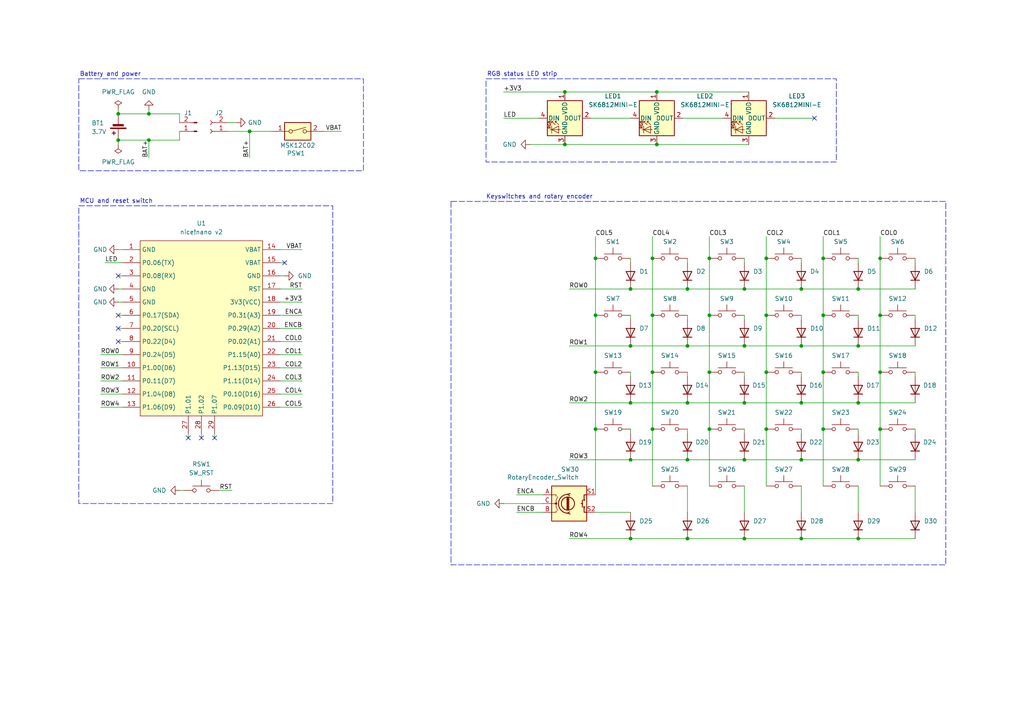
<source format=kicad_sch>
(kicad_sch (version 20250114) (generator "eeschema") (generator_version "9.0")
  (paper "A4")
  (rectangle (start 130.81 58.42) (end 274.32 163.83) (stroke (width 0) (type dash) (color 0 0 194 1)))
  (rectangle (start 22.86 22.86) (end 105.41 49.53) (stroke (width 0) (type dash) (color 0 0 194 1)))
  (rectangle (start 140.97 22.86) (end 242.57 46.99) (stroke (width 0) (type dash) (color 0 0 194 1)))
  (rectangle (start 22.86 59.69) (end 96.52 146.05) (stroke (width 0) (type dash) (color 0 0 194 1)))
  (text "Keyswitches and rotary encoder" (at 140.97 57.15 0) (effects (font (size 1.27 1.27)) (justify left)))
  (text "MCU and reset switch" (at 23.114 58.42 0) (effects (font (size 1.27 1.27)) (justify left)))
  (text "RGB status LED strip" (at 141.224 21.59 0) (effects (font (size 1.27 1.27)) (justify left)))
  (text "Battery and power" (at 23.114 21.59 0) (effects (font (size 1.27 1.27)) (justify left)))
  (junction (at 232.41 116.84))
  (junction (at 163.83 41.91))
  (junction (at 222.25 74.93))
  (junction (at 182.88 83.82))
  (junction (at 205.74 74.93))
  (junction (at 255.27 124.46))
  (junction (at 182.88 133.35))
  (junction (at 248.92 133.35))
  (junction (at 232.41 133.35))
  (junction (at 43.18 33.02))
  (junction (at 189.23 107.95))
  (junction (at 199.39 116.84))
  (junction (at 172.72 74.93))
  (junction (at 199.39 83.82))
  (junction (at 163.83 26.67))
  (junction (at 238.76 124.46))
  (junction (at 232.41 100.33))
  (junction (at 238.76 107.95))
  (junction (at 205.74 124.46))
  (junction (at 189.23 124.46))
  (junction (at 238.76 91.44))
  (junction (at 215.9 156.21))
  (junction (at 190.5 41.91))
  (junction (at 34.29 40.64))
  (junction (at 222.25 91.44))
  (junction (at 232.41 83.82))
  (junction (at 238.76 74.93))
  (junction (at 43.18 40.64))
  (junction (at 199.39 100.33))
  (junction (at 189.23 74.93))
  (junction (at 215.9 116.84))
  (junction (at 248.92 116.84))
  (junction (at 248.92 83.82))
  (junction (at 248.92 100.33))
  (junction (at 199.39 133.35))
  (junction (at 255.27 107.95))
  (junction (at 34.29 33.02))
  (junction (at 182.88 100.33))
  (junction (at 215.9 133.35))
  (junction (at 172.72 124.46))
  (junction (at 199.39 156.21))
  (junction (at 205.74 107.95))
  (junction (at 205.74 91.44))
  (junction (at 172.72 91.44))
  (junction (at 248.92 156.21))
  (junction (at 190.5 26.67))
  (junction (at 222.25 124.46))
  (junction (at 182.88 116.84))
  (junction (at 182.88 156.21))
  (junction (at 215.9 83.82))
  (junction (at 255.27 91.44))
  (junction (at 232.41 156.21))
  (junction (at 215.9 100.33))
  (junction (at 255.27 74.93))
  (junction (at 172.72 107.95))
  (junction (at 189.23 91.44))
  (junction (at 222.25 107.95))
  (junction (at 72.39 38.1))
  (no_connect (at 34.29 99.06))
  (no_connect (at 58.42 127))
  (no_connect (at 34.29 95.25))
  (no_connect (at 54.61 127))
  (no_connect (at 34.29 91.44))
  (no_connect (at 62.23 127))
  (no_connect (at 82.55 76.2))
  (no_connect (at 34.29 80.01))
  (no_connect (at 236.22 34.29))
  (wire (pts (xy 232.41 107.95) (xy 232.41 109.22)))
  (wire (pts (xy 215.9 156.21) (xy 232.41 156.21)))
  (wire (pts (xy 81.28 76.2) (xy 82.55 76.2)))
  (wire (pts (xy 189.23 107.95) (xy 189.23 124.46)))
  (wire (pts (xy 265.43 140.97) (xy 265.43 148.59)))
  (wire (pts (xy 165.1 133.35) (xy 182.88 133.35)))
  (wire (pts (xy 182.88 83.82) (xy 199.39 83.82)))
  (wire (pts (xy 265.43 107.95) (xy 265.43 109.22)))
  (wire (pts (xy 189.23 74.93) (xy 189.23 91.44)))
  (wire (pts (xy 81.28 80.01) (xy 82.55 80.01)))
  (wire (pts (xy 232.41 116.84) (xy 248.92 116.84)))
  (wire (pts (xy 29.21 118.11) (xy 35.56 118.11)))
  (wire (pts (xy 81.28 106.68) (xy 87.63 106.68)))
  (wire (pts (xy 222.25 124.46) (xy 222.25 140.97)))
  (wire (pts (xy 199.39 124.46) (xy 199.39 125.73)))
  (wire (pts (xy 199.39 74.93) (xy 199.39 76.2)))
  (wire (pts (xy 265.43 74.93) (xy 265.43 76.2)))
  (wire (pts (xy 215.9 91.44) (xy 215.9 92.71)))
  (wire (pts (xy 189.23 68.58) (xy 189.23 74.93)))
  (wire (pts (xy 81.28 95.25) (xy 87.63 95.25)))
  (wire (pts (xy 255.27 124.46) (xy 255.27 140.97)))
  (wire (pts (xy 198.12 34.29) (xy 209.55 34.29)))
  (wire (pts (xy 34.29 80.01) (xy 35.56 80.01)))
  (wire (pts (xy 248.92 107.95) (xy 248.92 109.22)))
  (wire (pts (xy 34.29 40.64) (xy 43.18 40.64)))
  (wire (pts (xy 172.72 148.59) (xy 182.88 148.59)))
  (wire (pts (xy 224.79 34.29) (xy 236.22 34.29)))
  (wire (pts (xy 165.1 83.82) (xy 182.88 83.82)))
  (wire (pts (xy 182.88 74.93) (xy 182.88 76.2)))
  (wire (pts (xy 172.72 74.93) (xy 172.72 91.44)))
  (wire (pts (xy 58.42 125.73) (xy 58.42 127)))
  (wire (pts (xy 81.28 102.87) (xy 87.63 102.87)))
  (wire (pts (xy 172.72 68.58) (xy 172.72 74.93)))
  (wire (pts (xy 43.18 40.64) (xy 43.18 45.72)))
  (wire (pts (xy 182.88 91.44) (xy 182.88 92.71)))
  (wire (pts (xy 255.27 68.58) (xy 255.27 74.93)))
  (wire (pts (xy 182.88 156.21) (xy 199.39 156.21)))
  (wire (pts (xy 215.9 100.33) (xy 232.41 100.33)))
  (wire (pts (xy 34.29 91.44) (xy 35.56 91.44)))
  (wire (pts (xy 238.76 107.95) (xy 238.76 124.46)))
  (wire (pts (xy 93.98 38.1) (xy 99.06 38.1)))
  (wire (pts (xy 215.9 133.35) (xy 232.41 133.35)))
  (wire (pts (xy 255.27 107.95) (xy 255.27 124.46)))
  (wire (pts (xy 153.67 41.91) (xy 163.83 41.91)))
  (wire (pts (xy 34.29 33.02) (xy 43.18 33.02)))
  (wire (pts (xy 52.07 35.56) (xy 52.07 33.02)))
  (wire (pts (xy 182.88 133.35) (xy 199.39 133.35)))
  (wire (pts (xy 205.74 74.93) (xy 205.74 91.44)))
  (wire (pts (xy 149.86 143.51) (xy 157.48 143.51)))
  (wire (pts (xy 34.29 99.06) (xy 35.56 99.06)))
  (wire (pts (xy 172.72 124.46) (xy 172.72 143.51)))
  (wire (pts (xy 81.28 87.63) (xy 87.63 87.63)))
  (wire (pts (xy 238.76 74.93) (xy 238.76 91.44)))
  (wire (pts (xy 43.18 33.02) (xy 52.07 33.02)))
  (wire (pts (xy 190.5 26.67) (xy 217.17 26.67)))
  (wire (pts (xy 172.72 91.44) (xy 172.72 107.95)))
  (wire (pts (xy 232.41 100.33) (xy 248.92 100.33)))
  (wire (pts (xy 171.45 34.29) (xy 182.88 34.29)))
  (wire (pts (xy 232.41 140.97) (xy 232.41 148.59)))
  (wire (pts (xy 222.25 107.95) (xy 222.25 124.46)))
  (wire (pts (xy 30.48 76.2) (xy 35.56 76.2)))
  (wire (pts (xy 248.92 91.44) (xy 248.92 92.71)))
  (wire (pts (xy 165.1 100.33) (xy 182.88 100.33)))
  (wire (pts (xy 34.29 41.91) (xy 34.29 40.64)))
  (wire (pts (xy 52.07 142.24) (xy 53.34 142.24)))
  (wire (pts (xy 72.39 38.1) (xy 72.39 45.72)))
  (wire (pts (xy 199.39 100.33) (xy 215.9 100.33)))
  (wire (pts (xy 222.25 68.58) (xy 222.25 74.93)))
  (wire (pts (xy 165.1 116.84) (xy 182.88 116.84)))
  (wire (pts (xy 238.76 124.46) (xy 238.76 140.97)))
  (wire (pts (xy 205.74 124.46) (xy 205.74 140.97)))
  (wire (pts (xy 199.39 83.82) (xy 215.9 83.82)))
  (wire (pts (xy 215.9 140.97) (xy 215.9 148.59)))
  (wire (pts (xy 189.23 91.44) (xy 189.23 107.95)))
  (wire (pts (xy 205.74 107.95) (xy 205.74 124.46)))
  (wire (pts (xy 248.92 140.97) (xy 248.92 148.59)))
  (wire (pts (xy 146.05 34.29) (xy 156.21 34.29)))
  (wire (pts (xy 232.41 74.93) (xy 232.41 76.2)))
  (wire (pts (xy 29.21 114.3) (xy 35.56 114.3)))
  (wire (pts (xy 62.23 125.73) (xy 62.23 127)))
  (wire (pts (xy 146.05 146.05) (xy 157.48 146.05)))
  (wire (pts (xy 205.74 68.58) (xy 205.74 74.93)))
  (wire (pts (xy 163.83 41.91) (xy 190.5 41.91)))
  (wire (pts (xy 29.21 106.68) (xy 35.56 106.68)))
  (wire (pts (xy 81.28 91.44) (xy 87.63 91.44)))
  (wire (pts (xy 182.88 107.95) (xy 182.88 109.22)))
  (wire (pts (xy 222.25 91.44) (xy 222.25 107.95)))
  (wire (pts (xy 63.5 142.24) (xy 67.31 142.24)))
  (wire (pts (xy 72.39 38.1) (xy 78.74 38.1)))
  (wire (pts (xy 34.29 83.82) (xy 35.56 83.82)))
  (wire (pts (xy 215.9 107.95) (xy 215.9 109.22)))
  (wire (pts (xy 215.9 74.93) (xy 215.9 76.2)))
  (wire (pts (xy 248.92 124.46) (xy 248.92 125.73)))
  (wire (pts (xy 34.29 87.63) (xy 35.56 87.63)))
  (wire (pts (xy 34.29 72.39) (xy 35.56 72.39)))
  (wire (pts (xy 149.86 148.59) (xy 157.48 148.59)))
  (wire (pts (xy 215.9 124.46) (xy 215.9 125.73)))
  (wire (pts (xy 232.41 156.21) (xy 248.92 156.21)))
  (wire (pts (xy 182.88 116.84) (xy 199.39 116.84)))
  (wire (pts (xy 54.61 125.73) (xy 54.61 127)))
  (wire (pts (xy 43.18 31.75) (xy 43.18 33.02)))
  (wire (pts (xy 182.88 100.33) (xy 199.39 100.33)))
  (wire (pts (xy 232.41 124.46) (xy 232.41 125.73)))
  (wire (pts (xy 68.58 35.56) (xy 66.04 35.56)))
  (wire (pts (xy 182.88 124.46) (xy 182.88 125.73)))
  (wire (pts (xy 238.76 91.44) (xy 238.76 107.95)))
  (wire (pts (xy 81.28 72.39) (xy 87.63 72.39)))
  (wire (pts (xy 29.21 110.49) (xy 35.56 110.49)))
  (wire (pts (xy 205.74 91.44) (xy 205.74 107.95)))
  (wire (pts (xy 199.39 116.84) (xy 215.9 116.84)))
  (wire (pts (xy 29.21 102.87) (xy 35.56 102.87)))
  (wire (pts (xy 199.39 133.35) (xy 215.9 133.35)))
  (wire (pts (xy 255.27 91.44) (xy 255.27 107.95)))
  (wire (pts (xy 199.39 107.95) (xy 199.39 109.22)))
  (wire (pts (xy 265.43 124.46) (xy 265.43 125.73)))
  (wire (pts (xy 199.39 91.44) (xy 199.39 92.71)))
  (wire (pts (xy 43.18 40.64) (xy 52.07 40.64)))
  (wire (pts (xy 81.28 114.3) (xy 87.63 114.3)))
  (wire (pts (xy 215.9 116.84) (xy 232.41 116.84)))
  (wire (pts (xy 248.92 83.82) (xy 265.43 83.82)))
  (wire (pts (xy 165.1 156.21) (xy 182.88 156.21)))
  (wire (pts (xy 232.41 91.44) (xy 232.41 92.71)))
  (wire (pts (xy 190.5 41.91) (xy 217.17 41.91)))
  (wire (pts (xy 265.43 91.44) (xy 265.43 92.71)))
  (wire (pts (xy 34.29 31.75) (xy 34.29 33.02)))
  (wire (pts (xy 238.76 68.58) (xy 238.76 74.93)))
  (wire (pts (xy 248.92 133.35) (xy 265.43 133.35)))
  (wire (pts (xy 189.23 124.46) (xy 189.23 140.97)))
  (wire (pts (xy 222.25 74.93) (xy 222.25 91.44)))
  (wire (pts (xy 81.28 99.06) (xy 87.63 99.06)))
  (wire (pts (xy 248.92 116.84) (xy 265.43 116.84)))
  (wire (pts (xy 146.05 26.67) (xy 163.83 26.67)))
  (wire (pts (xy 81.28 118.11) (xy 87.63 118.11)))
  (wire (pts (xy 66.04 38.1) (xy 72.39 38.1)))
  (wire (pts (xy 255.27 74.93) (xy 255.27 91.44)))
  (wire (pts (xy 81.28 83.82) (xy 87.63 83.82)))
  (wire (pts (xy 163.83 26.67) (xy 190.5 26.67)))
  (wire (pts (xy 232.41 83.82) (xy 248.92 83.82)))
  (wire (pts (xy 199.39 140.97) (xy 199.39 148.59)))
  (wire (pts (xy 215.9 83.82) (xy 232.41 83.82)))
  (wire (pts (xy 81.28 110.49) (xy 87.63 110.49)))
  (wire (pts (xy 248.92 74.93) (xy 248.92 76.2)))
  (wire (pts (xy 248.92 100.33) (xy 265.43 100.33)))
  (wire (pts (xy 172.72 107.95) (xy 172.72 124.46)))
  (wire (pts (xy 34.29 95.25) (xy 35.56 95.25)))
  (wire (pts (xy 199.39 156.21) (xy 215.9 156.21)))
  (wire (pts (xy 248.92 156.21) (xy 265.43 156.21)))
  (wire (pts (xy 52.07 38.1) (xy 52.07 40.64)))
  (wire (pts (xy 232.41 133.35) (xy 248.92 133.35)))
  (label "+3V3" (at 87.63 87.63 180))
  (label "ENCA" (at 149.86 143.51 0))
  (label "ENCB" (at 87.63 95.25 180))
  (label "ENCB" (at 149.86 148.59 0))
  (label "VBAT" (at 87.63 72.39 180))
  (label "ENCA" (at 87.63 91.44 180))
  (label "COL3" (at 87.63 110.49 180))
  (label "ROW0" (at 29.21 102.87 0))
  (label "ROW3" (at 165.1 133.35 0))
  (label "RST" (at 67.31 142.24 180))
  (label "BAT+" (at 72.39 45.72 90))
  (label "ROW4" (at 165.1 156.21 0))
  (label "+3V3" (at 146.05 26.67 0))
  (label "ROW0" (at 165.1 83.82 0))
  (label "ROW1" (at 165.1 100.33 0))
  (label "COL5" (at 172.72 68.58 0))
  (label "COL2" (at 87.63 106.68 180))
  (label "COL3" (at 205.74 68.58 0))
  (label "COL5" (at 87.63 118.11 180))
  (label "COL4" (at 87.63 114.3 180))
  (label "RST" (at 87.63 83.82 180))
  (label "COL1" (at 87.63 102.87 180))
  (label "LED" (at 30.48 76.2 0))
  (label "VBAT" (at 99.06 38.1 180))
  (label "COL0" (at 87.63 99.06 180))
  (label "ROW1" (at 29.21 106.68 0))
  (label "ROW2" (at 165.1 116.84 0))
  (label "COL0" (at 255.27 68.58 0))
  (label "ROW2" (at 29.21 110.49 0))
  (label "LED" (at 146.05 34.29 0))
  (label "COL2" (at 222.25 68.58 0))
  (label "COL1" (at 238.76 68.58 0))
  (label "ROW3" (at 29.21 114.3 0))
  (label "COL4" (at 189.23 68.58 0))
  (label "BAT+" (at 43.18 45.72 90))
  (label "ROW4" (at 29.21 118.11 0))
  (symbol (lib_id "Switch:SW_Push") (at 58.42 142.24 0) (unit 1)
    (property "Reference" "RSW1" (at 58.42 134.62 0))
    (property "Value" "SW_RST" (at 58.42 137.16 0))
    (property "Footprint" "Button_Switch_THT:SW_PUSH_1P1T_6x3.5mm_H4.3_APEM_MJTP1243" (effects (hide yes)))
    (property "Datasheet" "https://www.apem.com/medias/MJTPSERIES17NOV2021.pdf?context=bWFzdGVyfGRvY3VtZW50c3w3ODc4MDIwfGFwcGxpY2F0aW9uL3BkZnxoYzEvaDg4Lzk0MDg1Mjc0NjY1MjYvTUpUUFNFUklFUzE3Tk9WMjAyMS5wZGZ8OTQ3MDc3NjA4NzQxMTg2Y2JiNTE0Y2NjYTQxZWMzNWY5NjA1NGUzZWVjMzYzNmViM2JiZGIwYTM2NDU2OWE1Ng" (effects (hide yes)))
    (property "Description" "Push button switch, generic, two pins" (effects (hide yes)))
    (instances (project "NeoSofle" (path "" (reference "RSW1") (unit 1)) (path "" (reference "RSW2") (unit 1))))
  )
  (symbol (lib_id "Diode:1N4148W") (at 182.88 129.54 90) (unit 1)
    (property "Reference" "D19" (at 185.166 128.27 90) (effects (justify right)))
    (property "Value" "1N4148W" (effects (hide yes)))
    (property "Footprint" "NeoSofle:D_SOD-123F_HandSolder" (effects (hide yes)))
    (property "Datasheet" "https://diotec.com/request/datasheet/1n4148w.pdf" (effects (hide yes)))
    (property "Description" "75V 0.15A Fast Switching Diode, SOD-123" (effects (hide yes)))
    (property "Sim.Device" "D" (effects (hide yes)))
    (property "Sim.Pins" "1=K 2=A" (effects (hide yes)))
    (instances (project "NeoSofle" (path "" (reference "D19") (unit 1)) (path "" (reference "D49") (unit 1))))
  )
  (symbol (lib_id "Diode:1N4148W") (at 232.41 96.52 90) (unit 1)
    (property "Reference" "D10" (at 234.95 95.2499 90) (effects (justify right)))
    (property "Value" "1N4148W" (effects (hide yes)))
    (property "Footprint" "NeoSofle:D_SOD-123F_HandSolder" (effects (hide yes)))
    (property "Datasheet" "https://diotec.com/request/datasheet/1n4148w.pdf" (effects (hide yes)))
    (property "Description" "75V 0.15A Fast Switching Diode, SOD-123" (effects (hide yes)))
    (property "Sim.Device" "D" (effects (hide yes)))
    (property "Sim.Pins" "1=K 2=A" (effects (hide yes)))
    (instances (project "NeoSofle" (path "" (reference "D10") (unit 1)) (path "" (reference "D40") (unit 1))))
  )
  (symbol (lib_id "power:GND") (at 52.07 142.24 270) (unit 1)
    (property "Reference" "#PWR010" (effects (hide yes)))
    (property "Value" "GND" (at 48.26 142.2399 90) (effects (justify right)))
    (property "Description" "Power symbol creates a global label with name \"GND\" , ground" (effects (hide yes)))
    (instances (project "NeoSofle" (path "" (reference "#PWR010") (unit 1)) (path "" (reference "#PWR021") (unit 1))))
  )
  (symbol (lib_name "SK6812MINI-E_1") (lib_id "NeoSofle:SK6812MINI-E") (at 163.83 34.29 270) (unit 1)
    (property "Reference" "LED1" (at 177.8 27.8698 90))
    (property "Value" "SK6812MINI-E" (at 177.8 30.4098 90))
    (property "Footprint" "NeoSofle:LED_SK6812MINI-E" (effects (hide yes)))
    (property "Datasheet" "https://cdn-shop.adafruit.com/product-files/4960/4960_SK6812MINI-E_REV02_EN.pdf" (effects (hide yes)))
    (property "Description" "RGB LED with integrated controller" (effects (hide yes)))
    (instances (project "NeoSofle" (path "" (reference "LED1") (unit 1)) (path "" (reference "LED4") (unit 1))))
  )
  (symbol (lib_id "Switch:SW_Push") (at 260.35 140.97 0) (unit 1)
    (property "Reference" "SW29" (at 260.35 136.144 0))
    (property "Value" "CPG135001S30" (effects (hide yes)))
    (property "Footprint" "NeoSofle:SW_Choc_V2_HS_CPG135001S30_1u" (effects (hide yes)))
    (property "Datasheet" "https://www.kailhswitch.com/Content/upload/pdf/202115927/CPG135001S30-data-sheet.pdf?rnd=494" (effects (hide yes)))
    (property "Description" "Push button switch, generic, two pins" (effects (hide yes)))
    (instances (project "NeoSofle" (path "" (reference "SW29") (unit 1)) (path "" (reference "SW59") (unit 1))))
  )
  (symbol (lib_id "Diode:1N4148W") (at 182.88 80.01 90) (unit 1)
    (property "Reference" "D1" (at 185.42 78.7399 90) (effects (justify right)))
    (property "Value" "1N4148W" (effects (hide yes)))
    (property "Footprint" "NeoSofle:D_SOD-123F_HandSolder" (effects (hide yes)))
    (property "Datasheet" "https://diotec.com/request/datasheet/1n4148w.pdf" (effects (hide yes)))
    (property "Description" "75V 0.15A Fast Switching Diode, SOD-123" (effects (hide yes)))
    (property "Sim.Device" "D" (effects (hide yes)))
    (property "Sim.Pins" "1=K 2=A" (effects (hide yes)))
    (instances (project "NeoSofle" (path "" (reference "D1") (unit 1)) (path "" (reference "D31") (unit 1))))
  )
  (symbol (lib_id "Switch:SW_Push") (at 210.82 124.46 0) (unit 1)
    (property "Reference" "SW21" (at 210.82 119.634 0))
    (property "Value" "CPG135001S30" (effects (hide yes)))
    (property "Footprint" "NeoSofle:SW_Choc_V2_HS_CPG135001S30_1u" (effects (hide yes)))
    (property "Datasheet" "https://www.kailhswitch.com/Content/upload/pdf/202115927/CPG135001S30-data-sheet.pdf?rnd=494" (effects (hide yes)))
    (property "Description" "Push button switch, generic, two pins" (effects (hide yes)))
    (instances (project "NeoSofle" (path "" (reference "SW21") (unit 1)) (path "" (reference "SW51") (unit 1))))
  )
  (symbol (lib_id "Switch:SW_Push") (at 194.31 91.44 0) (unit 1)
    (property "Reference" "SW8" (at 194.31 86.614 0))
    (property "Value" "CPG135001S30" (effects (hide yes)))
    (property "Footprint" "NeoSofle:SW_Choc_V2_HS_CPG135001S30_1u" (effects (hide yes)))
    (property "Datasheet" "https://www.kailhswitch.com/Content/upload/pdf/202115927/CPG135001S30-data-sheet.pdf?rnd=494" (effects (hide yes)))
    (property "Description" "Push button switch, generic, two pins" (effects (hide yes)))
    (instances (project "NeoSofle" (path "" (reference "SW8") (unit 1)) (path "" (reference "SW38") (unit 1))))
  )
  (symbol (lib_id "Switch:SW_Push") (at 210.82 107.95 0) (unit 1)
    (property "Reference" "SW15" (at 210.82 103.124 0))
    (property "Value" "CPG135001S30" (effects (hide yes)))
    (property "Footprint" "NeoSofle:SW_Choc_V2_HS_CPG135001S30_1u" (effects (hide yes)))
    (property "Datasheet" "https://www.kailhswitch.com/Content/upload/pdf/202115927/CPG135001S30-data-sheet.pdf?rnd=494" (effects (hide yes)))
    (property "Description" "Push button switch, generic, two pins" (effects (hide yes)))
    (instances (project "NeoSofle" (path "" (reference "SW15") (unit 1)) (path "" (reference "SW45") (unit 1))))
  )
  (symbol (lib_id "power:GND") (at 68.58 35.56 90) (unit 1)
    (property "Reference" "#PWR03" (effects (hide yes)))
    (property "Value" "GND" (at 71.882 35.56 90) (effects (justify right)))
    (property "Description" "Power symbol creates a global label with name \"GND\" , ground" (effects (hide yes)))
    (instances (project "NeoSofle" (path "" (reference "#PWR03") (unit 1)) (path "" (reference "#PWR014") (unit 1))))
  )
  (symbol (lib_id "Diode:1N4148W") (at 265.43 80.01 90) (unit 1)
    (property "Reference" "D6" (at 267.97 78.7399 90) (effects (justify right)))
    (property "Value" "1N4148W" (effects (hide yes)))
    (property "Footprint" "NeoSofle:D_SOD-123F_HandSolder" (effects (hide yes)))
    (property "Datasheet" "https://diotec.com/request/datasheet/1n4148w.pdf" (effects (hide yes)))
    (property "Description" "75V 0.15A Fast Switching Diode, SOD-123" (effects (hide yes)))
    (property "Sim.Device" "D" (effects (hide yes)))
    (property "Sim.Pins" "1=K 2=A" (effects (hide yes)))
    (instances (project "NeoSofle" (path "" (reference "D6") (unit 1)) (path "" (reference "D36") (unit 1))))
  )
  (symbol (lib_id "power:GND") (at 34.29 87.63 270) (unit 1)
    (property "Reference" "#PWR08" (effects (hide yes)))
    (property "Value" "GND" (at 31.115 87.6299 90) (effects (justify right)))
    (property "Description" "Power symbol creates a global label with name \"GND\" , ground" (effects (hide yes)))
    (instances (project "NeoSofle" (path "" (reference "#PWR08") (unit 1)) (path "" (reference "#PWR019") (unit 1))))
  )
  (symbol (lib_id "power:PWR_FLAG") (at 34.29 41.91 180) (unit 1)
    (property "Reference" "#FLG03" (effects (hide yes)))
    (property "Value" "PWR_FLAG" (at 34.29 46.99 0))
    (property "Description" "Special symbol for telling ERC where power comes from" (effects (hide yes)))
    (instances (project "" (path "" (reference "#FLG03") (unit 1)) (path "" (reference "#FLG04") (unit 1))))
  )
  (symbol (lib_id "Switch:SW_Push") (at 243.84 124.46 0) (unit 1)
    (property "Reference" "SW23" (at 243.84 119.634 0))
    (property "Value" "CPG135001S30" (effects (hide yes)))
    (property "Footprint" "NeoSofle:SW_Choc_V2_HS_CPG135001S30_1u" (effects (hide yes)))
    (property "Datasheet" "https://www.kailhswitch.com/Content/upload/pdf/202115927/CPG135001S30-data-sheet.pdf?rnd=494" (effects (hide yes)))
    (property "Description" "Push button switch, generic, two pins" (effects (hide yes)))
    (instances (project "NeoSofle" (path "" (reference "SW23") (unit 1)) (path "" (reference "SW53") (unit 1))))
  )
  (symbol (lib_id "Switch:SW_Push") (at 260.35 91.44 0) (unit 1)
    (property "Reference" "SW12" (at 260.35 86.614 0))
    (property "Value" "CPG135001S30" (effects (hide yes)))
    (property "Footprint" "NeoSofle:SW_Choc_V2_HS_CPG135001S30_1u" (effects (hide yes)))
    (property "Datasheet" "https://www.kailhswitch.com/Content/upload/pdf/202115927/CPG135001S30-data-sheet.pdf?rnd=494" (effects (hide yes)))
    (property "Description" "Push button switch, generic, two pins" (effects (hide yes)))
    (instances (project "NeoSofle" (path "" (reference "SW12") (unit 1)) (path "" (reference "SW42") (unit 1))))
  )
  (symbol (lib_id "Diode:1N4148W") (at 265.43 152.4 90) (unit 1)
    (property "Reference" "D30" (at 267.97 151.1299 90) (effects (justify right)))
    (property "Value" "1N4148W" (effects (hide yes)))
    (property "Footprint" "NeoSofle:D_SOD-123F_HandSolder" (effects (hide yes)))
    (property "Datasheet" "https://diotec.com/request/datasheet/1n4148w.pdf" (effects (hide yes)))
    (property "Description" "75V 0.15A Fast Switching Diode, SOD-123" (effects (hide yes)))
    (property "Sim.Device" "D" (effects (hide yes)))
    (property "Sim.Pins" "1=K 2=A" (effects (hide yes)))
    (instances (project "NeoSofle" (path "" (reference "D30") (unit 1)) (path "" (reference "D60") (unit 1))))
  )
  (symbol (lib_id "Diode:1N4148W") (at 248.92 152.4 90) (unit 1)
    (property "Reference" "D29" (at 251.46 151.1299 90) (effects (justify right)))
    (property "Value" "1N4148W" (effects (hide yes)))
    (property "Footprint" "NeoSofle:D_SOD-123F_HandSolder" (effects (hide yes)))
    (property "Datasheet" "https://diotec.com/request/datasheet/1n4148w.pdf" (effects (hide yes)))
    (property "Description" "75V 0.15A Fast Switching Diode, SOD-123" (effects (hide yes)))
    (property "Sim.Device" "D" (effects (hide yes)))
    (property "Sim.Pins" "1=K 2=A" (effects (hide yes)))
    (instances (project "NeoSofle" (path "" (reference "D29") (unit 1)) (path "" (reference "D59") (unit 1))))
  )
  (symbol (lib_id "Switch:SW_Push") (at 177.8 74.93 0) (unit 1)
    (property "Reference" "SW1" (at 177.8 70.104 0))
    (property "Value" "CPG135001S30" (effects (hide yes)))
    (property "Footprint" "NeoSofle:SW_Choc_V2_HS_CPG135001S30_1u" (effects (hide yes)))
    (property "Datasheet" "https://www.kailhswitch.com/Content/upload/pdf/202115927/CPG135001S30-data-sheet.pdf?rnd=494" (effects (hide yes)))
    (property "Description" "Push button switch, generic, two pins" (effects (hide yes)))
    (instances (project "NeoSofle" (path "" (reference "SW1") (unit 1)) (path "" (reference "SW31") (unit 1))))
  )
  (symbol (lib_id "power:GND") (at 82.55 80.01 90) (unit 1)
    (property "Reference" "#PWR06" (effects (hide yes)))
    (property "Value" "GND" (at 86.36 80.0099 90) (effects (justify right)))
    (property "Description" "Power symbol creates a global label with name \"GND\" , ground" (effects (hide yes)))
    (instances (project "NeoSofle" (path "" (reference "#PWR06") (unit 1)) (path "" (reference "#PWR017") (unit 1))))
  )
  (symbol (lib_id "Diode:1N4148W") (at 182.88 113.03 90) (unit 1)
    (property "Reference" "D13" (at 185.166 111.76 90) (effects (justify right)))
    (property "Value" "1N4148W" (effects (hide yes)))
    (property "Footprint" "NeoSofle:D_SOD-123F_HandSolder" (effects (hide yes)))
    (property "Datasheet" "https://diotec.com/request/datasheet/1n4148w.pdf" (effects (hide yes)))
    (property "Description" "75V 0.15A Fast Switching Diode, SOD-123" (effects (hide yes)))
    (property "Sim.Device" "D" (effects (hide yes)))
    (property "Sim.Pins" "1=K 2=A" (effects (hide yes)))
    (instances (project "NeoSofle" (path "" (reference "D13") (unit 1)) (path "" (reference "D43") (unit 1))))
  )
  (symbol (lib_id "Switch:SW_Push") (at 177.8 91.44 0) (unit 1)
    (property "Reference" "SW7" (at 177.8 86.614 0))
    (property "Value" "CPG135001S30" (effects (hide yes)))
    (property "Footprint" "NeoSofle:SW_Choc_V2_HS_CPG135001S30_1u" (effects (hide yes)))
    (property "Datasheet" "https://www.kailhswitch.com/Content/upload/pdf/202115927/CPG135001S30-data-sheet.pdf?rnd=494" (effects (hide yes)))
    (property "Description" "Push button switch, generic, two pins" (effects (hide yes)))
    (instances (project "NeoSofle" (path "" (reference "SW7") (unit 1)) (path "" (reference "SW37") (unit 1))))
  )
  (symbol (lib_id "Switch:SW_Push") (at 260.35 107.95 0) (unit 1)
    (property "Reference" "SW18" (at 260.35 103.124 0))
    (property "Value" "CPG135001S30" (effects (hide yes)))
    (property "Footprint" "NeoSofle:SW_Choc_V2_HS_CPG135001S30_1u" (effects (hide yes)))
    (property "Datasheet" "https://www.kailhswitch.com/Content/upload/pdf/202115927/CPG135001S30-data-sheet.pdf?rnd=494" (effects (hide yes)))
    (property "Description" "Push button switch, generic, two pins" (effects (hide yes)))
    (instances (project "NeoSofle" (path "" (reference "SW18") (unit 1)) (path "" (reference "SW48") (unit 1))))
  )
  (symbol (lib_id "Diode:1N4148W") (at 248.92 129.54 90) (unit 1)
    (property "Reference" "D23" (at 251.206 128.27 90) (effects (justify right)))
    (property "Value" "1N4148W" (effects (hide yes)))
    (property "Footprint" "NeoSofle:D_SOD-123F_HandSolder" (effects (hide yes)))
    (property "Datasheet" "https://diotec.com/request/datasheet/1n4148w.pdf" (effects (hide yes)))
    (property "Description" "75V 0.15A Fast Switching Diode, SOD-123" (effects (hide yes)))
    (property "Sim.Device" "D" (effects (hide yes)))
    (property "Sim.Pins" "1=K 2=A" (effects (hide yes)))
    (instances (project "NeoSofle" (path "" (reference "D23") (unit 1)) (path "" (reference "D53") (unit 1))))
  )
  (symbol (lib_id "Switch:SW_Push") (at 194.31 107.95 0) (unit 1)
    (property "Reference" "SW14" (at 194.31 103.124 0))
    (property "Value" "CPG135001S30" (effects (hide yes)))
    (property "Footprint" "NeoSofle:SW_Choc_V2_HS_CPG135001S30_1u" (effects (hide yes)))
    (property "Datasheet" "https://www.kailhswitch.com/Content/upload/pdf/202115927/CPG135001S30-data-sheet.pdf?rnd=494" (effects (hide yes)))
    (property "Description" "Push button switch, generic, two pins" (effects (hide yes)))
    (instances (project "NeoSofle" (path "" (reference "SW14") (unit 1)) (path "" (reference "SW44") (unit 1))))
  )
  (symbol (lib_id "Switch:SW_Push") (at 210.82 74.93 0) (unit 1)
    (property "Reference" "SW3" (at 210.82 70.104 0))
    (property "Value" "CPG135001S30" (effects (hide yes)))
    (property "Footprint" "NeoSofle:SW_Choc_V2_HS_CPG135001S30_1u" (effects (hide yes)))
    (property "Datasheet" "https://www.kailhswitch.com/Content/upload/pdf/202115927/CPG135001S30-data-sheet.pdf?rnd=494" (effects (hide yes)))
    (property "Description" "Push button switch, generic, two pins" (effects (hide yes)))
    (instances (project "NeoSofle" (path "" (reference "SW3") (unit 1)) (path "" (reference "SW33") (unit 1))))
  )
  (symbol (lib_id "Switch:SW_Push") (at 227.33 91.44 0) (unit 1)
    (property "Reference" "SW10" (at 227.33 86.614 0))
    (property "Value" "CPG135001S30" (effects (hide yes)))
    (property "Footprint" "NeoSofle:SW_Choc_V2_HS_CPG135001S30_1u" (effects (hide yes)))
    (property "Datasheet" "https://www.kailhswitch.com/Content/upload/pdf/202115927/CPG135001S30-data-sheet.pdf?rnd=494" (effects (hide yes)))
    (property "Description" "Push button switch, generic, two pins" (effects (hide yes)))
    (instances (project "NeoSofle" (path "" (reference "SW10") (unit 1)) (path "" (reference "SW40") (unit 1))))
  )
  (symbol (lib_id "Diode:1N4148W") (at 248.92 96.52 90) (unit 1)
    (property "Reference" "D11" (at 251.46 95.2499 90) (effects (justify right)))
    (property "Value" "1N4148W" (effects (hide yes)))
    (property "Footprint" "NeoSofle:D_SOD-123F_HandSolder" (effects (hide yes)))
    (property "Datasheet" "https://diotec.com/request/datasheet/1n4148w.pdf" (effects (hide yes)))
    (property "Description" "75V 0.15A Fast Switching Diode, SOD-123" (effects (hide yes)))
    (property "Sim.Device" "D" (effects (hide yes)))
    (property "Sim.Pins" "1=K 2=A" (effects (hide yes)))
    (instances (project "NeoSofle" (path "" (reference "D11") (unit 1)) (path "" (reference "D41") (unit 1))))
  )
  (symbol (lib_id "Device:RotaryEncoder_Switch") (at 165.1 146.05 0) (unit 1)
    (property "Reference" "SW30" (at 165.354 136.144 0))
    (property "Value" "RotaryEncoder_Switch" (at 157.48 138.43 0))
    (property "Footprint" "NeoSofle:RotaryEncoder_Bourns_PEC11L-Switch_Vertical15mm" (effects (hide yes)))
    (property "Datasheet" "https://www.bourns.com/PDFs/pec11l.pdf" (effects (hide yes)))
    (property "Description" "Rotary encoder, dual channel, incremental quadrate outputs, with switch" (effects (hide yes)))
    (instances (project "NeoSofle" (path "" (reference "SW30") (unit 1)) (path "" (reference "SW60") (unit 1))))
  )
  (symbol (lib_id "Switch:SW_Push") (at 243.84 107.95 0) (unit 1)
    (property "Reference" "SW17" (at 243.84 103.124 0))
    (property "Value" "CPG135001S30" (effects (hide yes)))
    (property "Footprint" "NeoSofle:SW_Choc_V2_HS_CPG135001S30_1u" (effects (hide yes)))
    (property "Datasheet" "https://www.kailhswitch.com/Content/upload/pdf/202115927/CPG135001S30-data-sheet.pdf?rnd=494" (effects (hide yes)))
    (property "Description" "Push button switch, generic, two pins" (effects (hide yes)))
    (instances (project "NeoSofle" (path "" (reference "SW17") (unit 1)) (path "" (reference "SW47") (unit 1))))
  )
  (symbol (lib_id "Diode:1N4148W") (at 248.92 80.01 90) (unit 1)
    (property "Reference" "D5" (at 251.46 78.7399 90) (effects (justify right)))
    (property "Value" "1N4148W" (effects (hide yes)))
    (property "Footprint" "NeoSofle:D_SOD-123F_HandSolder" (effects (hide yes)))
    (property "Datasheet" "https://diotec.com/request/datasheet/1n4148w.pdf" (effects (hide yes)))
    (property "Description" "75V 0.15A Fast Switching Diode, SOD-123" (effects (hide yes)))
    (property "Sim.Device" "D" (effects (hide yes)))
    (property "Sim.Pins" "1=K 2=A" (effects (hide yes)))
    (instances (project "NeoSofle" (path "" (reference "D5") (unit 1)) (path "" (reference "D35") (unit 1))))
  )
  (symbol (lib_id "Diode:1N4148W") (at 199.39 129.54 90) (unit 1)
    (property "Reference" "D20" (at 201.676 128.27 90) (effects (justify right)))
    (property "Value" "1N4148W" (effects (hide yes)))
    (property "Footprint" "NeoSofle:D_SOD-123F_HandSolder" (effects (hide yes)))
    (property "Datasheet" "https://diotec.com/request/datasheet/1n4148w.pdf" (effects (hide yes)))
    (property "Description" "75V 0.15A Fast Switching Diode, SOD-123" (effects (hide yes)))
    (property "Sim.Device" "D" (effects (hide yes)))
    (property "Sim.Pins" "1=K 2=A" (effects (hide yes)))
    (instances (project "NeoSofle" (path "" (reference "D20") (unit 1)) (path "" (reference "D50") (unit 1))))
  )
  (symbol (lib_id "Switch:SW_Push") (at 260.35 124.46 0) (unit 1)
    (property "Reference" "SW24" (at 260.35 119.634 0))
    (property "Value" "CPG135001S30" (effects (hide yes)))
    (property "Footprint" "NeoSofle:SW_Choc_V2_HS_CPG135001S30_1u" (effects (hide yes)))
    (property "Datasheet" "https://www.kailhswitch.com/Content/upload/pdf/202115927/CPG135001S30-data-sheet.pdf?rnd=494" (effects (hide yes)))
    (property "Description" "Push button switch, generic, two pins" (effects (hide yes)))
    (instances (project "NeoSofle" (path "" (reference "SW24") (unit 1)) (path "" (reference "SW54") (unit 1))))
  )
  (symbol (lib_id "Diode:1N4148W") (at 232.41 80.01 90) (unit 1)
    (property "Reference" "D4" (at 234.95 78.7399 90) (effects (justify right)))
    (property "Value" "1N4148W" (effects (hide yes)))
    (property "Footprint" "NeoSofle:D_SOD-123F_HandSolder" (effects (hide yes)))
    (property "Datasheet" "https://diotec.com/request/datasheet/1n4148w.pdf" (effects (hide yes)))
    (property "Description" "75V 0.15A Fast Switching Diode, SOD-123" (effects (hide yes)))
    (property "Sim.Device" "D" (effects (hide yes)))
    (property "Sim.Pins" "1=K 2=A" (effects (hide yes)))
    (instances (project "NeoSofle" (path "" (reference "D4") (unit 1)) (path "" (reference "D34") (unit 1))))
  )
  (symbol (lib_id "power:GND") (at 34.29 83.82 270) (unit 1)
    (property "Reference" "#PWR07" (effects (hide yes)))
    (property "Value" "GND" (at 31.115 83.8199 90) (effects (justify right)))
    (property "Description" "Power symbol creates a global label with name \"GND\" , ground" (effects (hide yes)))
    (instances (project "NeoSofle" (path "" (reference "#PWR07") (unit 1)) (path "" (reference "#PWR018") (unit 1))))
  )
  (symbol (lib_id "Switch:SW_Push") (at 177.8 124.46 0) (unit 1)
    (property "Reference" "SW19" (at 177.8 119.634 0))
    (property "Value" "CPG135001S30" (effects (hide yes)))
    (property "Footprint" "NeoSofle:SW_Choc_V2_HS_CPG135001S30_1u" (effects (hide yes)))
    (property "Datasheet" "https://www.kailhswitch.com/Content/upload/pdf/202115927/CPG135001S30-data-sheet.pdf?rnd=494" (effects (hide yes)))
    (property "Description" "Push button switch, generic, two pins" (effects (hide yes)))
    (instances (project "NeoSofle" (path "" (reference "SW19") (unit 1)) (path "" (reference "SW49") (unit 1))))
  )
  (symbol (lib_id "Diode:1N4148W") (at 215.9 113.03 90) (unit 1)
    (property "Reference" "D15" (at 218.186 111.76 90) (effects (justify right)))
    (property "Value" "1N4148W" (effects (hide yes)))
    (property "Footprint" "NeoSofle:D_SOD-123F_HandSolder" (effects (hide yes)))
    (property "Datasheet" "https://diotec.com/request/datasheet/1n4148w.pdf" (effects (hide yes)))
    (property "Description" "75V 0.15A Fast Switching Diode, SOD-123" (effects (hide yes)))
    (property "Sim.Device" "D" (effects (hide yes)))
    (property "Sim.Pins" "1=K 2=A" (effects (hide yes)))
    (instances (project "NeoSofle" (path "" (reference "D15") (unit 1)) (path "" (reference "D45") (unit 1))))
  )
  (symbol (lib_id "Diode:1N4148W") (at 232.41 129.54 90) (unit 1)
    (property "Reference" "D22" (at 234.696 128.27 90) (effects (justify right)))
    (property "Value" "1N4148W" (effects (hide yes)))
    (property "Footprint" "NeoSofle:D_SOD-123F_HandSolder" (effects (hide yes)))
    (property "Datasheet" "https://diotec.com/request/datasheet/1n4148w.pdf" (effects (hide yes)))
    (property "Description" "75V 0.15A Fast Switching Diode, SOD-123" (effects (hide yes)))
    (property "Sim.Device" "D" (effects (hide yes)))
    (property "Sim.Pins" "1=K 2=A" (effects (hide yes)))
    (instances (project "NeoSofle" (path "" (reference "D22") (unit 1)) (path "" (reference "D52") (unit 1))))
  )
  (symbol (lib_id "Switch:SW_Push") (at 227.33 107.95 0) (unit 1)
    (property "Reference" "SW16" (at 227.33 103.124 0))
    (property "Value" "CPG135001S30" (effects (hide yes)))
    (property "Footprint" "NeoSofle:SW_Choc_V2_HS_CPG135001S30_1u" (effects (hide yes)))
    (property "Datasheet" "https://www.kailhswitch.com/Content/upload/pdf/202115927/CPG135001S30-data-sheet.pdf?rnd=494" (effects (hide yes)))
    (property "Description" "Push button switch, generic, two pins" (effects (hide yes)))
    (instances (project "NeoSofle" (path "" (reference "SW16") (unit 1)) (path "" (reference "SW46") (unit 1))))
  )
  (symbol (lib_id "Diode:1N4148W") (at 232.41 113.03 90) (unit 1)
    (property "Reference" "D16" (at 234.696 111.76 90) (effects (justify right)))
    (property "Value" "1N4148W" (effects (hide yes)))
    (property "Footprint" "NeoSofle:D_SOD-123F_HandSolder" (effects (hide yes)))
    (property "Datasheet" "https://diotec.com/request/datasheet/1n4148w.pdf" (effects (hide yes)))
    (property "Description" "75V 0.15A Fast Switching Diode, SOD-123" (effects (hide yes)))
    (property "Sim.Device" "D" (effects (hide yes)))
    (property "Sim.Pins" "1=K 2=A" (effects (hide yes)))
    (instances (project "NeoSofle" (path "" (reference "D16") (unit 1)) (path "" (reference "D46") (unit 1))))
  )
  (symbol (lib_id "Switch:SW_Push") (at 227.33 140.97 0) (unit 1)
    (property "Reference" "SW27" (at 227.33 136.144 0))
    (property "Value" "CPG135001S30" (effects (hide yes)))
    (property "Footprint" "NeoSofle:SW_Choc_V2_HS_CPG135001S30_1u" (effects (hide yes)))
    (property "Datasheet" "https://www.kailhswitch.com/Content/upload/pdf/202115927/CPG135001S30-data-sheet.pdf?rnd=494" (effects (hide yes)))
    (property "Description" "Push button switch, generic, two pins" (effects (hide yes)))
    (instances (project "NeoSofle" (path "" (reference "SW27") (unit 1)) (path "" (reference "SW57") (unit 1))))
  )
  (symbol (lib_id "Diode:1N4148W") (at 248.92 113.03 90) (unit 1)
    (property "Reference" "D17" (at 251.206 111.76 90) (effects (justify right)))
    (property "Value" "1N4148W" (effects (hide yes)))
    (property "Footprint" "NeoSofle:D_SOD-123F_HandSolder" (effects (hide yes)))
    (property "Datasheet" "https://diotec.com/request/datasheet/1n4148w.pdf" (effects (hide yes)))
    (property "Description" "75V 0.15A Fast Switching Diode, SOD-123" (effects (hide yes)))
    (property "Sim.Device" "D" (effects (hide yes)))
    (property "Sim.Pins" "1=K 2=A" (effects (hide yes)))
    (instances (project "NeoSofle" (path "" (reference "D17") (unit 1)) (path "" (reference "D47") (unit 1))))
  )
  (symbol (lib_id "Diode:1N4148W") (at 199.39 96.52 90) (unit 1)
    (property "Reference" "D8" (at 201.93 95.2499 90) (effects (justify right)))
    (property "Value" "1N4148W" (effects (hide yes)))
    (property "Footprint" "NeoSofle:D_SOD-123F_HandSolder" (effects (hide yes)))
    (property "Datasheet" "https://diotec.com/request/datasheet/1n4148w.pdf" (effects (hide yes)))
    (property "Description" "75V 0.15A Fast Switching Diode, SOD-123" (effects (hide yes)))
    (property "Sim.Device" "D" (effects (hide yes)))
    (property "Sim.Pins" "1=K 2=A" (effects (hide yes)))
    (instances (project "NeoSofle" (path "" (reference "D8") (unit 1)) (path "" (reference "D38") (unit 1))))
  )
  (symbol (lib_id "Switch:SW_DIP_x01") (at 86.36 38.1 0) (unit 1)
    (property "Reference" "PSW1" (at 85.852 44.45 0))
    (property "Value" "MSK12C02" (at 86.36 42.164 0))
    (property "Footprint" "NeoSofle:SW_SPDT_MSK12C02_HandSolder" (effects (hide yes)))
    (property "Datasheet" "https://ecom.cz/data/exportdokumentu?soubor=D70766.pdf&nazev=ECOM_70766_VP-IS-1290A-W.pdf" (effects (hide yes)))
    (property "Description" "1x DIP Switch, Single Pole Single Throw (SPST) switch, small symbol" (effects (hide yes)))
    (instances (project "NeoSofle" (path "" (reference "PSW1") (unit 1)) (path "" (reference "PSW2") (unit 1))))
  )
  (symbol (lib_id "Diode:1N4148W") (at 199.39 80.01 90) (unit 1)
    (property "Reference" "D2" (at 201.93 78.7399 90) (effects (justify right)))
    (property "Value" "1N4148W" (effects (hide yes)))
    (property "Footprint" "NeoSofle:D_SOD-123F_HandSolder" (effects (hide yes)))
    (property "Datasheet" "https://diotec.com/request/datasheet/1n4148w.pdf" (effects (hide yes)))
    (property "Description" "75V 0.15A Fast Switching Diode, SOD-123" (effects (hide yes)))
    (property "Sim.Device" "D" (effects (hide yes)))
    (property "Sim.Pins" "1=K 2=A" (effects (hide yes)))
    (instances (project "NeoSofle" (path "" (reference "D2") (unit 1)) (path "" (reference "D32") (unit 1))))
  )
  (symbol (lib_id "Diode:1N4148W") (at 215.9 96.52 90) (unit 1)
    (property "Reference" "D9" (at 218.44 95.2499 90) (effects (justify right)))
    (property "Value" "1N4148W" (effects (hide yes)))
    (property "Footprint" "NeoSofle:D_SOD-123F_HandSolder" (effects (hide yes)))
    (property "Datasheet" "https://diotec.com/request/datasheet/1n4148w.pdf" (effects (hide yes)))
    (property "Description" "75V 0.15A Fast Switching Diode, SOD-123" (effects (hide yes)))
    (property "Sim.Device" "D" (effects (hide yes)))
    (property "Sim.Pins" "1=K 2=A" (effects (hide yes)))
    (instances (project "NeoSofle" (path "" (reference "D9") (unit 1)) (path "" (reference "D39") (unit 1))))
  )
  (symbol (lib_id "power:GND") (at 153.67 41.91 270) (unit 1)
    (property "Reference" "#PWR04" (effects (hide yes)))
    (property "Value" "GND" (at 149.86 41.9099 90) (effects (justify right)))
    (property "Description" "Power symbol creates a global label with name \"GND\" , ground" (effects (hide yes)))
    (instances (project "NeoSofle" (path "" (reference "#PWR04") (unit 1)) (path "" (reference "#PWR015") (unit 1))))
  )
  (symbol (lib_id "Diode:1N4148W") (at 182.88 152.4 90) (unit 1)
    (property "Reference" "D25" (at 185.42 151.1299 90) (effects (justify right)))
    (property "Value" "1N4148W" (effects (hide yes)))
    (property "Footprint" "NeoSofle:D_SOD-123F_HandSolder" (effects (hide yes)))
    (property "Datasheet" "https://diotec.com/request/datasheet/1n4148w.pdf" (effects (hide yes)))
    (property "Description" "75V 0.15A Fast Switching Diode, SOD-123" (effects (hide yes)))
    (property "Sim.Device" "D" (effects (hide yes)))
    (property "Sim.Pins" "1=K 2=A" (effects (hide yes)))
    (instances (project "NeoSofle" (path "" (reference "D25") (unit 1)) (path "" (reference "D55") (unit 1))))
  )
  (symbol (lib_id "Switch:SW_Push") (at 210.82 140.97 0) (unit 1)
    (property "Reference" "SW26" (at 210.82 136.144 0))
    (property "Value" "CPG135001S30" (effects (hide yes)))
    (property "Footprint" "NeoSofle:SW_Choc_V2_HS_CPG135001S30_1u" (effects (hide yes)))
    (property "Datasheet" "https://www.kailhswitch.com/Content/upload/pdf/202115927/CPG135001S30-data-sheet.pdf?rnd=494" (effects (hide yes)))
    (property "Description" "Push button switch, generic, two pins" (effects (hide yes)))
    (instances (project "NeoSofle" (path "" (reference "SW26") (unit 1)) (path "" (reference "SW56") (unit 1))))
  )
  (symbol (lib_id "Device:Battery_Cell") (at 34.29 35.56 180) (unit 1) (on_board no)
    (property "Reference" "BT1" (at 26.543 35.687 0) (effects (justify right)))
    (property "Value" "3.7V" (at 26.543 38.227 0) (effects (justify right)))
    (property "Description" "Single-cell battery" (effects (hide yes)))
    (instances (project "NeoSofle" (path "" (reference "BT1") (unit 1)) (path "" (reference "BT2") (unit 1))))
  )
  (symbol (lib_id "Switch:SW_Push") (at 243.84 91.44 0) (unit 1)
    (property "Reference" "SW11" (at 243.84 86.614 0))
    (property "Value" "CPG135001S30" (effects (hide yes)))
    (property "Footprint" "NeoSofle:SW_Choc_V2_HS_CPG135001S30_1u" (effects (hide yes)))
    (property "Datasheet" "https://www.kailhswitch.com/Content/upload/pdf/202115927/CPG135001S30-data-sheet.pdf?rnd=494" (effects (hide yes)))
    (property "Description" "Push button switch, generic, two pins" (effects (hide yes)))
    (instances (project "NeoSofle" (path "" (reference "SW11") (unit 1)) (path "" (reference "SW41") (unit 1))))
  )
  (symbol (lib_id "Diode:1N4148W") (at 199.39 113.03 90) (unit 1)
    (property "Reference" "D14" (at 201.676 111.76 90) (effects (justify right)))
    (property "Value" "1N4148W" (effects (hide yes)))
    (property "Footprint" "NeoSofle:D_SOD-123F_HandSolder" (effects (hide yes)))
    (property "Datasheet" "https://diotec.com/request/datasheet/1n4148w.pdf" (effects (hide yes)))
    (property "Description" "75V 0.15A Fast Switching Diode, SOD-123" (effects (hide yes)))
    (property "Sim.Device" "D" (effects (hide yes)))
    (property "Sim.Pins" "1=K 2=A" (effects (hide yes)))
    (instances (project "NeoSofle" (path "" (reference "D14") (unit 1)) (path "" (reference "D44") (unit 1))))
  )
  (symbol (lib_id "power:PWR_FLAG") (at 34.29 31.75 0) (unit 1)
    (property "Reference" "#FLG01" (effects (hide yes)))
    (property "Value" "PWR_FLAG" (at 34.29 26.67 0))
    (property "Description" "Special symbol for telling ERC where power comes from" (effects (hide yes)))
    (instances (project "" (path "" (reference "#FLG01") (unit 1)) (path "" (reference "#FLG02") (unit 1))))
  )
  (symbol (lib_id "Diode:1N4148W") (at 265.43 129.54 90) (unit 1)
    (property "Reference" "D24" (at 267.716 128.27 90) (effects (justify right)))
    (property "Value" "1N4148W" (effects (hide yes)))
    (property "Footprint" "NeoSofle:D_SOD-123F_HandSolder" (effects (hide yes)))
    (property "Datasheet" "https://diotec.com/request/datasheet/1n4148w.pdf" (effects (hide yes)))
    (property "Description" "75V 0.15A Fast Switching Diode, SOD-123" (effects (hide yes)))
    (property "Sim.Device" "D" (effects (hide yes)))
    (property "Sim.Pins" "1=K 2=A" (effects (hide yes)))
    (instances (project "NeoSofle" (path "" (reference "D24") (unit 1)) (path "" (reference "D54") (unit 1))))
  )
  (symbol (lib_id "Connector:Conn_01x02_Pin") (at 57.15 38.1 180) (unit 1) (on_board no)
    (property "Reference" "J1" (at 53.34 32.766 0) (effects (justify right)))
    (property "Value" "JST_ACH_BM02B-ACHSS-GAN-ETF_Pin" (effects (hide yes)))
    (property "Datasheet" "http://www.jst-mfg.com/product/pdf/eng/eACH.pdf" (effects (hide yes)))
    (property "Description" "Generic connector, single row, 01x02, script generated" (effects (hide yes)))
    (instances (project "NeoSofle" (path "" (reference "J1") (unit 1)) (path "" (reference "J3") (unit 1))))
  )
  (symbol (lib_id "NeoSofle:nice_nano") (at 58.42 96.52 0) (unit 1)
    (property "Reference" "U1" (at 58.42 64.77 0))
    (property "Value" "nice!nano v2" (at 58.42 67.31 0))
    (property "Footprint" "NeoSofle:Nice_Nano_V2" (effects (hide yes)))
    (property "Datasheet" "https://nicekeyboards.com/docs/nice-nano/pinout-schematic" (effects (hide yes)))
    (property "Description" "Symbol for nicekeyboards nice!nano v2, with additional Pro Micro labelling in parantheses." (effects (hide yes)))
    (instances (project "NeoSofle" (path "" (reference "U1") (unit 1)) (path "" (reference "U2") (unit 1))))
  )
  (symbol (lib_id "power:GND") (at 34.29 72.39 270) (unit 1)
    (property "Reference" "#PWR05" (effects (hide yes)))
    (property "Value" "GND" (at 31.115 72.3899 90) (effects (justify right)))
    (property "Description" "Power symbol creates a global label with name \"GND\" , ground" (effects (hide yes)))
    (instances (project "NeoSofle" (path "" (reference "#PWR05") (unit 1)) (path "" (reference "#PWR016") (unit 1))))
  )
  (symbol (lib_id "Diode:1N4148W") (at 215.9 152.4 90) (unit 1)
    (property "Reference" "D27" (at 218.44 151.1299 90) (effects (justify right)))
    (property "Value" "1N4148W" (effects (hide yes)))
    (property "Footprint" "NeoSofle:D_SOD-123F_HandSolder" (effects (hide yes)))
    (property "Datasheet" "https://diotec.com/request/datasheet/1n4148w.pdf" (effects (hide yes)))
    (property "Description" "75V 0.15A Fast Switching Diode, SOD-123" (effects (hide yes)))
    (property "Sim.Device" "D" (effects (hide yes)))
    (property "Sim.Pins" "1=K 2=A" (effects (hide yes)))
    (instances (project "NeoSofle" (path "" (reference "D27") (unit 1)) (path "" (reference "D57") (unit 1))))
  )
  (symbol (lib_id "Switch:SW_Push") (at 194.31 140.97 0) (unit 1)
    (property "Reference" "SW25" (at 194.31 136.144 0))
    (property "Value" "CPG135001S30" (effects (hide yes)))
    (property "Footprint" "NeoSofle:SW_Choc_V2_HS_CPG135001S30_1u1.5u_Hybrid" (effects (hide yes)))
    (property "Datasheet" "https://www.kailhswitch.com/Content/upload/pdf/202115927/CPG135001S30-data-sheet.pdf?rnd=494" (effects (hide yes)))
    (property "Description" "Push button switch, generic, two pins" (effects (hide yes)))
    (instances (project "NeoSofle" (path "" (reference "SW25") (unit 1)) (path "" (reference "SW55") (unit 1))))
  )
  (symbol (lib_id "Diode:1N4148W") (at 215.9 129.54 90) (unit 1)
    (property "Reference" "D21" (at 218.186 128.27 90) (effects (justify right)))
    (property "Value" "1N4148W" (effects (hide yes)))
    (property "Footprint" "NeoSofle:D_SOD-123F_HandSolder" (effects (hide yes)))
    (property "Datasheet" "https://diotec.com/request/datasheet/1n4148w.pdf" (effects (hide yes)))
    (property "Description" "75V 0.15A Fast Switching Diode, SOD-123" (effects (hide yes)))
    (property "Sim.Device" "D" (effects (hide yes)))
    (property "Sim.Pins" "1=K 2=A" (effects (hide yes)))
    (instances (project "NeoSofle" (path "" (reference "D21") (unit 1)) (path "" (reference "D51") (unit 1))))
  )
  (symbol (lib_id "Switch:SW_Push") (at 227.33 74.93 0) (unit 1)
    (property "Reference" "SW4" (at 227.33 70.104 0))
    (property "Value" "CPG135001S30" (effects (hide yes)))
    (property "Footprint" "NeoSofle:SW_Choc_V2_HS_CPG135001S30_1u" (effects (hide yes)))
    (property "Datasheet" "https://www.kailhswitch.com/Content/upload/pdf/202115927/CPG135001S30-data-sheet.pdf?rnd=494" (effects (hide yes)))
    (property "Description" "Push button switch, generic, two pins" (effects (hide yes)))
    (instances (project "NeoSofle" (path "" (reference "SW4") (unit 1)) (path "" (reference "SW34") (unit 1))))
  )
  (symbol (lib_id "Switch:SW_Push") (at 227.33 124.46 0) (unit 1)
    (property "Reference" "SW22" (at 227.33 119.634 0))
    (property "Value" "CPG135001S30" (effects (hide yes)))
    (property "Footprint" "NeoSofle:SW_Choc_V2_HS_CPG135001S30_1u" (effects (hide yes)))
    (property "Datasheet" "https://www.kailhswitch.com/Content/upload/pdf/202115927/CPG135001S30-data-sheet.pdf?rnd=494" (effects (hide yes)))
    (property "Description" "Push button switch, generic, two pins" (effects (hide yes)))
    (instances (project "NeoSofle" (path "" (reference "SW22") (unit 1)) (path "" (reference "SW52") (unit 1))))
  )
  (symbol (lib_id "Switch:SW_Push") (at 243.84 140.97 0) (unit 1)
    (property "Reference" "SW28" (at 243.84 136.144 0))
    (property "Value" "CPG135001S30" (effects (hide yes)))
    (property "Footprint" "NeoSofle:SW_Choc_V2_HS_CPG135001S30_1u" (effects (hide yes)))
    (property "Datasheet" "https://www.kailhswitch.com/Content/upload/pdf/202115927/CPG135001S30-data-sheet.pdf?rnd=494" (effects (hide yes)))
    (property "Description" "Push button switch, generic, two pins" (effects (hide yes)))
    (instances (project "NeoSofle" (path "" (reference "SW28") (unit 1)) (path "" (reference "SW58") (unit 1))))
  )
  (symbol (lib_id "Diode:1N4148W") (at 232.41 152.4 90) (unit 1)
    (property "Reference" "D28" (at 234.95 151.1299 90) (effects (justify right)))
    (property "Value" "1N4148W" (effects (hide yes)))
    (property "Footprint" "NeoSofle:D_SOD-123F_HandSolder" (effects (hide yes)))
    (property "Datasheet" "https://diotec.com/request/datasheet/1n4148w.pdf" (effects (hide yes)))
    (property "Description" "75V 0.15A Fast Switching Diode, SOD-123" (effects (hide yes)))
    (property "Sim.Device" "D" (effects (hide yes)))
    (property "Sim.Pins" "1=K 2=A" (effects (hide yes)))
    (instances (project "NeoSofle" (path "" (reference "D28") (unit 1)) (path "" (reference "D58") (unit 1))))
  )
  (symbol (lib_id "Switch:SW_Push") (at 177.8 107.95 0) (unit 1)
    (property "Reference" "SW13" (at 177.8 103.124 0))
    (property "Value" "CPG135001S30" (effects (hide yes)))
    (property "Footprint" "NeoSofle:SW_Choc_V2_HS_CPG135001S30_1u" (effects (hide yes)))
    (property "Datasheet" "https://www.kailhswitch.com/Content/upload/pdf/202115927/CPG135001S30-data-sheet.pdf?rnd=494" (effects (hide yes)))
    (property "Description" "Push button switch, generic, two pins" (effects (hide yes)))
    (instances (project "NeoSofle" (path "" (reference "SW13") (unit 1)) (path "" (reference "SW43") (unit 1))))
  )
  (symbol (lib_id "power:GND") (at 43.18 31.75 180) (unit 1)
    (property "Reference" "#PWR01" (effects (hide yes)))
    (property "Value" "GND" (at 43.18 26.67 0))
    (property "Description" "Power symbol creates a global label with name \"GND\" , ground" (effects (hide yes)))
    (instances (project "" (path "" (reference "#PWR01") (unit 1)) (path "" (reference "#PWR02") (unit 1))))
  )
  (symbol (lib_id "Switch:SW_Push") (at 210.82 91.44 0) (unit 1)
    (property "Reference" "SW9" (at 210.82 86.614 0))
    (property "Value" "CPG135001S30" (effects (hide yes)))
    (property "Footprint" "NeoSofle:SW_Choc_V2_HS_CPG135001S30_1u" (effects (hide yes)))
    (property "Datasheet" "https://www.kailhswitch.com/Content/upload/pdf/202115927/CPG135001S30-data-sheet.pdf?rnd=494" (effects (hide yes)))
    (property "Description" "Push button switch, generic, two pins" (effects (hide yes)))
    (instances (project "NeoSofle" (path "" (reference "SW9") (unit 1)) (path "" (reference "SW39") (unit 1))))
  )
  (symbol (lib_id "Switch:SW_Push") (at 194.31 124.46 0) (unit 1)
    (property "Reference" "SW20" (at 194.31 119.634 0))
    (property "Value" "CPG135001S30" (effects (hide yes)))
    (property "Footprint" "NeoSofle:SW_Choc_V2_HS_CPG135001S30_1u" (effects (hide yes)))
    (property "Datasheet" "https://www.kailhswitch.com/Content/upload/pdf/202115927/CPG135001S30-data-sheet.pdf?rnd=494" (effects (hide yes)))
    (property "Description" "Push button switch, generic, two pins" (effects (hide yes)))
    (instances (project "NeoSofle" (path "" (reference "SW20") (unit 1)) (path "" (reference "SW50") (unit 1))))
  )
  (symbol (lib_id "power:GND") (at 146.05 146.05 270) (unit 1)
    (property "Reference" "#PWR011" (effects (hide yes)))
    (property "Value" "GND" (at 142.24 146.0499 90) (effects (justify right)))
    (property "Description" "Power symbol creates a global label with name \"GND\" , ground" (effects (hide yes)))
    (instances (project "NeoSofle" (path "" (reference "#PWR011") (unit 1)) (path "" (reference "#PWR022") (unit 1))))
  )
  (symbol (lib_id "Switch:SW_Push") (at 260.35 74.93 0) (unit 1)
    (property "Reference" "SW6" (at 260.35 70.104 0))
    (property "Value" "CPG135001S30" (effects (hide yes)))
    (property "Footprint" "NeoSofle:SW_Choc_V2_HS_CPG135001S30_1u" (effects (hide yes)))
    (property "Datasheet" "https://www.kailhswitch.com/Content/upload/pdf/202115927/CPG135001S30-data-sheet.pdf?rnd=494" (effects (hide yes)))
    (property "Description" "Push button switch, generic, two pins" (effects (hide yes)))
    (instances (project "NeoSofle" (path "" (reference "SW6") (unit 1)) (path "" (reference "SW36") (unit 1))))
  )
  (symbol (lib_id "NeoSofle:SK6812MINI-E") (at 190.5 34.29 270) (unit 1)
    (property "Reference" "LED2" (at 204.47 27.8698 90))
    (property "Value" "SK6812MINI-E" (at 204.47 30.4098 90))
    (property "Footprint" "NeoSofle:LED_SK6812MINI-E" (effects (hide yes)))
    (property "Datasheet" "https://cdn-shop.adafruit.com/product-files/4960/4960_SK6812MINI-E_REV02_EN.pdf" (effects (hide yes)))
    (property "Description" "RGB LED with integrated controller" (effects (hide yes)))
    (instances (project "NeoSofle" (path "" (reference "LED2") (unit 1)) (path "" (reference "LED5") (unit 1))))
  )
  (symbol (lib_id "NeoSofle:SK6812MINI-E") (at 217.17 34.29 270) (unit 1)
    (property "Reference" "LED3" (at 231.14 27.8698 90))
    (property "Value" "SK6812MINI-E" (at 231.14 30.4098 90))
    (property "Footprint" "NeoSofle:LED_SK6812MINI-E" (effects (hide yes)))
    (property "Datasheet" "https://cdn-shop.adafruit.com/product-files/4960/4960_SK6812MINI-E_REV02_EN.pdf" (effects (hide yes)))
    (property "Description" "RGB LED with integrated controller" (effects (hide yes)))
    (instances (project "NeoSofle" (path "" (reference "LED3") (unit 1)) (path "" (reference "LED6") (unit 1))))
  )
  (symbol (lib_id "Diode:1N4148W") (at 182.88 96.52 90) (unit 1)
    (property "Reference" "D7" (at 185.42 95.2499 90) (effects (justify right)))
    (property "Value" "1N4148W" (effects (hide yes)))
    (property "Footprint" "NeoSofle:D_SOD-123F_HandSolder" (effects (hide yes)))
    (property "Datasheet" "https://diotec.com/request/datasheet/1n4148w.pdf" (effects (hide yes)))
    (property "Description" "75V 0.15A Fast Switching Diode, SOD-123" (effects (hide yes)))
    (property "Sim.Device" "D" (effects (hide yes)))
    (property "Sim.Pins" "1=K 2=A" (effects (hide yes)))
    (instances (project "NeoSofle" (path "" (reference "D7") (unit 1)) (path "" (reference "D37") (unit 1))))
  )
  (symbol (lib_id "Diode:1N4148W") (at 199.39 152.4 90) (unit 1)
    (property "Reference" "D26" (at 201.93 151.1299 90) (effects (justify right)))
    (property "Value" "1N4148W" (effects (hide yes)))
    (property "Footprint" "NeoSofle:D_SOD-123F_HandSolder" (effects (hide yes)))
    (property "Datasheet" "https://diotec.com/request/datasheet/1n4148w.pdf" (effects (hide yes)))
    (property "Description" "75V 0.15A Fast Switching Diode, SOD-123" (effects (hide yes)))
    (property "Sim.Device" "D" (effects (hide yes)))
    (property "Sim.Pins" "1=K 2=A" (effects (hide yes)))
    (instances (project "NeoSofle" (path "" (reference "D26") (unit 1)) (path "" (reference "D56") (unit 1))))
  )
  (symbol (lib_id "Diode:1N4148W") (at 215.9 80.01 90) (unit 1)
    (property "Reference" "D3" (at 218.44 78.7399 90) (effects (justify right)))
    (property "Value" "1N4148W" (effects (hide yes)))
    (property "Footprint" "NeoSofle:D_SOD-123F_HandSolder" (effects (hide yes)))
    (property "Datasheet" "https://diotec.com/request/datasheet/1n4148w.pdf" (effects (hide yes)))
    (property "Description" "75V 0.15A Fast Switching Diode, SOD-123" (effects (hide yes)))
    (property "Sim.Device" "D" (effects (hide yes)))
    (property "Sim.Pins" "1=K 2=A" (effects (hide yes)))
    (instances (project "NeoSofle" (path "" (reference "D3") (unit 1)) (path "" (reference "D33") (unit 1))))
  )
  (symbol (lib_id "Diode:1N4148W") (at 265.43 113.03 90) (unit 1)
    (property "Reference" "D18" (at 267.716 111.76 90) (effects (justify right)))
    (property "Value" "1N4148W" (effects (hide yes)))
    (property "Footprint" "NeoSofle:D_SOD-123F_HandSolder" (effects (hide yes)))
    (property "Datasheet" "https://diotec.com/request/datasheet/1n4148w.pdf" (effects (hide yes)))
    (property "Description" "75V 0.15A Fast Switching Diode, SOD-123" (effects (hide yes)))
    (property "Sim.Device" "D" (effects (hide yes)))
    (property "Sim.Pins" "1=K 2=A" (effects (hide yes)))
    (instances (project "NeoSofle" (path "" (reference "D18") (unit 1)) (path "" (reference "D48") (unit 1))))
  )
  (symbol (lib_id "Diode:1N4148W") (at 265.43 96.52 90) (unit 1)
    (property "Reference" "D12" (at 267.97 95.2499 90) (effects (justify right)))
    (property "Value" "1N4148W" (effects (hide yes)))
    (property "Footprint" "NeoSofle:D_SOD-123F_HandSolder" (effects (hide yes)))
    (property "Datasheet" "https://diotec.com/request/datasheet/1n4148w.pdf" (effects (hide yes)))
    (property "Description" "75V 0.15A Fast Switching Diode, SOD-123" (effects (hide yes)))
    (property "Sim.Device" "D" (effects (hide yes)))
    (property "Sim.Pins" "1=K 2=A" (effects (hide yes)))
    (instances (project "NeoSofle" (path "" (reference "D12") (unit 1)) (path "" (reference "D42") (unit 1))))
  )
  (symbol (lib_id "Switch:SW_Push") (at 243.84 74.93 0) (unit 1)
    (property "Reference" "SW5" (at 243.84 70.104 0))
    (property "Value" "CPG135001S30" (effects (hide yes)))
    (property "Footprint" "NeoSofle:SW_Choc_V2_HS_CPG135001S30_1u" (effects (hide yes)))
    (property "Datasheet" "https://www.kailhswitch.com/Content/upload/pdf/202115927/CPG135001S30-data-sheet.pdf?rnd=494" (effects (hide yes)))
    (property "Description" "Push button switch, generic, two pins" (effects (hide yes)))
    (instances (project "NeoSofle" (path "" (reference "SW5") (unit 1)) (path "" (reference "SW35") (unit 1))))
  )
  (symbol (lib_id "Switch:SW_Push") (at 194.31 74.93 0) (unit 1)
    (property "Reference" "SW2" (at 194.31 70.104 0))
    (property "Value" "CPG135001S30" (effects (hide yes)))
    (property "Footprint" "NeoSofle:SW_Choc_V2_HS_CPG135001S30_1u" (effects (hide yes)))
    (property "Datasheet" "https://www.kailhswitch.com/Content/upload/pdf/202115927/CPG135001S30-data-sheet.pdf?rnd=494" (effects (hide yes)))
    (property "Description" "Push button switch, generic, two pins" (effects (hide yes)))
    (instances (project "NeoSofle" (path "" (reference "SW2") (unit 1)) (path "" (reference "SW32") (unit 1))))
  )
  (symbol (lib_id "Connector:Conn_01x02_Socket") (at 60.96 38.1 180) (unit 1)
    (property "Reference" "J2" (at 63.5 32.766 0))
    (property "Value" "JST_ACH_BM02B-ACHSS-GAN-ETF_Socket" (effects (hide yes)))
    (property "Footprint" "NeoSofle:JST_ACH_BM02B-ACHSS-GAN-ETF_1x02-1MP_P1.20mm_Vertical_HandSolder_Reversible" (effects (hide yes)))
    (property "Datasheet" "http://www.jst-mfg.com/product/pdf/eng/eACH.pdf" (effects (hide yes)))
    (property "Description" "Generic connector, single row, 01x02, script generated" (effects (hide yes)))
    (instances (project "NeoSofle" (path "" (reference "J2") (unit 1)) (path "" (reference "J4") (unit 1))))
  )
)
</source>
